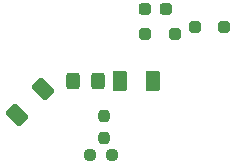
<source format=gbr>
%TF.GenerationSoftware,KiCad,Pcbnew,9.0.4-9.0.4-0~ubuntu24.04.1*%
%TF.CreationDate,2025-08-21T12:52:44+02:00*%
%TF.ProjectId,octal_base,6f637461-6c5f-4626-9173-652e6b696361,1*%
%TF.SameCoordinates,Original*%
%TF.FileFunction,Paste,Top*%
%TF.FilePolarity,Positive*%
%FSLAX46Y46*%
G04 Gerber Fmt 4.6, Leading zero omitted, Abs format (unit mm)*
G04 Created by KiCad (PCBNEW 9.0.4-9.0.4-0~ubuntu24.04.1) date 2025-08-21 12:52:44*
%MOMM*%
%LPD*%
G01*
G04 APERTURE LIST*
G04 Aperture macros list*
%AMRoundRect*
0 Rectangle with rounded corners*
0 $1 Rounding radius*
0 $2 $3 $4 $5 $6 $7 $8 $9 X,Y pos of 4 corners*
0 Add a 4 corners polygon primitive as box body*
4,1,4,$2,$3,$4,$5,$6,$7,$8,$9,$2,$3,0*
0 Add four circle primitives for the rounded corners*
1,1,$1+$1,$2,$3*
1,1,$1+$1,$4,$5*
1,1,$1+$1,$6,$7*
1,1,$1+$1,$8,$9*
0 Add four rect primitives between the rounded corners*
20,1,$1+$1,$2,$3,$4,$5,0*
20,1,$1+$1,$4,$5,$6,$7,0*
20,1,$1+$1,$6,$7,$8,$9,0*
20,1,$1+$1,$8,$9,$2,$3,0*%
G04 Aperture macros list end*
%ADD10RoundRect,0.250000X0.325000X0.450000X-0.325000X0.450000X-0.325000X-0.450000X0.325000X-0.450000X0*%
%ADD11RoundRect,0.250000X0.375000X0.625000X-0.375000X0.625000X-0.375000X-0.625000X0.375000X-0.625000X0*%
%ADD12RoundRect,0.250000X0.250000X0.250000X-0.250000X0.250000X-0.250000X-0.250000X0.250000X-0.250000X0*%
%ADD13RoundRect,0.250000X-0.250000X-0.250000X0.250000X-0.250000X0.250000X0.250000X-0.250000X0.250000X0*%
%ADD14RoundRect,0.237500X0.287500X0.237500X-0.287500X0.237500X-0.287500X-0.237500X0.287500X-0.237500X0*%
%ADD15RoundRect,0.237500X-0.250000X-0.237500X0.250000X-0.237500X0.250000X0.237500X-0.250000X0.237500X0*%
%ADD16RoundRect,0.250000X-0.159099X0.724784X-0.724784X0.159099X0.159099X-0.724784X0.724784X-0.159099X0*%
%ADD17RoundRect,0.237500X0.237500X-0.250000X0.237500X0.250000X-0.237500X0.250000X-0.237500X-0.250000X0*%
G04 APERTURE END LIST*
D10*
%TO.C,FB1*%
X90325000Y-81200000D03*
X88275000Y-81200000D03*
%TD*%
D11*
%TO.C,F1*%
X95000000Y-81200000D03*
X92200000Y-81200000D03*
%TD*%
D12*
%TO.C,D3*%
X96850000Y-77200000D03*
X94350000Y-77200000D03*
%TD*%
D13*
%TO.C,D2*%
X98550000Y-76600000D03*
X101050000Y-76600000D03*
%TD*%
D14*
%TO.C,D1*%
X96075000Y-75100000D03*
X94325000Y-75100000D03*
%TD*%
D15*
%TO.C,R2*%
X89687500Y-87500000D03*
X91512500Y-87500000D03*
%TD*%
D16*
%TO.C,R1*%
X85696016Y-81903984D03*
X83503984Y-84096016D03*
%TD*%
D17*
%TO.C,R3*%
X90900000Y-84187500D03*
X90900000Y-86012500D03*
%TD*%
M02*

</source>
